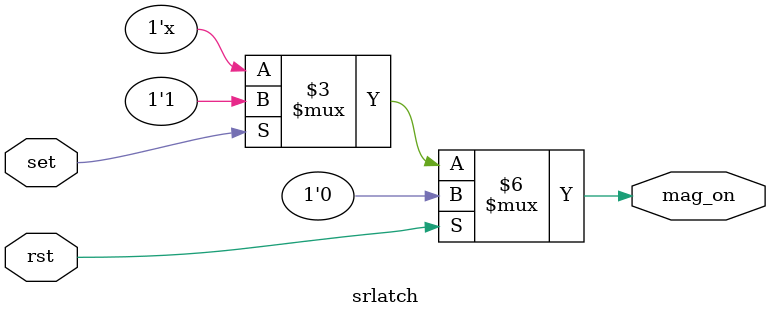
<source format=v>

module srlatch (
    input wire rst, set,
    output reg mag_on
);
    always @(rst, set) begin
        if (rst) 
            mag_on <= 0;
        else if (set)  
            mag_on <= 1;
        else mag_on <= mag_on;
    end
endmodule
</source>
